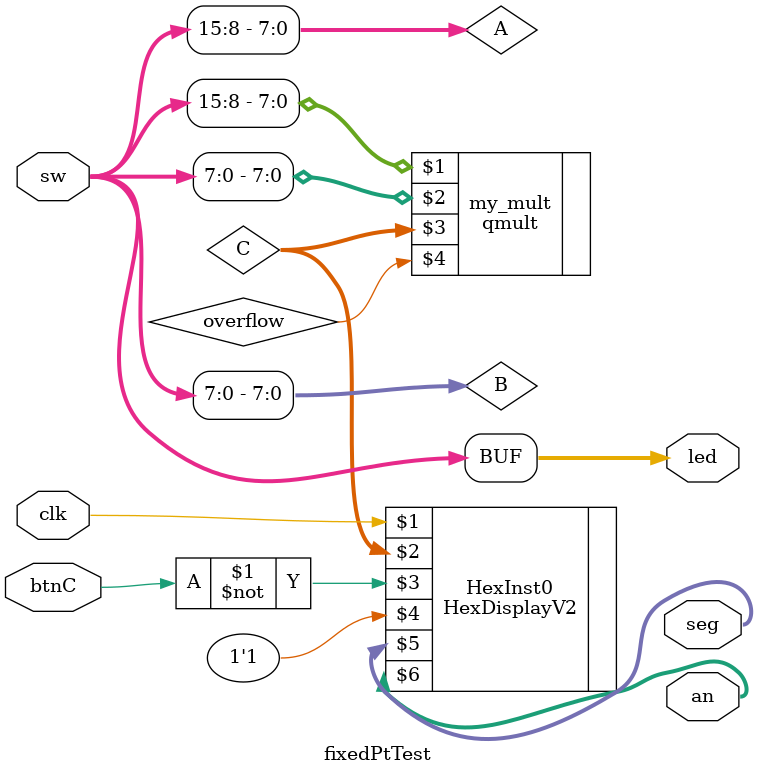
<source format=v>
`timescale 1ns / 1ps


module fixedPtTest(
    input btnC,
    input clk,
    input [15:0] sw,
    output [3:0] an,
    output [6:0] seg,
    output [15:0] led
    );
    
    wire[7:0] A, B, C;
    wire overflow;
    assign B = sw[7:0];
    assign A = sw[15:8];
    
    qmult #(6,8) my_mult(
        A,
        B,
        C,
        overflow
        );
    
    HexDisplayV2 HexInst0(
    clk,
    C,
    ~btnC,
    1'b1,
    seg,
    an
    );
    
    assign led = sw;
endmodule

</source>
